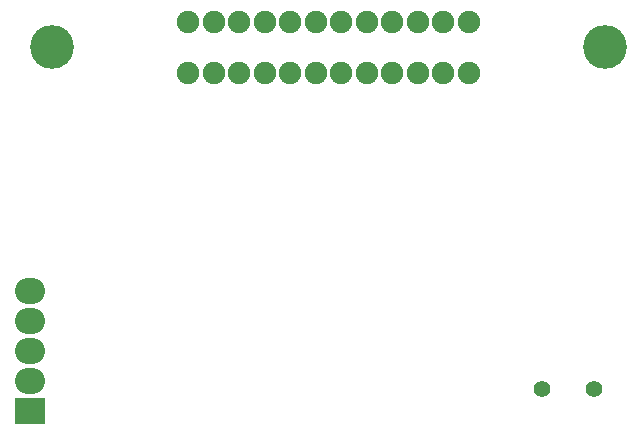
<source format=gbs>
G04 #@! TF.FileFunction,Soldermask,Bot*
%FSLAX46Y46*%
G04 Gerber Fmt 4.6, Leading zero omitted, Abs format (unit mm)*
G04 Created by KiCad (PCBNEW 4.1.0-alpha+201605091531+6781~44~ubuntu15.10.1-product) date Mon 19 Sep 2016 03:19:41 PM CEST*
%MOMM*%
%LPD*%
G01*
G04 APERTURE LIST*
%ADD10C,0.150000*%
%ADD11C,1.407160*%
%ADD12C,1.905000*%
%ADD13C,3.708400*%
%ADD14R,2.540000X2.235200*%
%ADD15O,2.540000X2.235200*%
G04 APERTURE END LIST*
D10*
D11*
X168800360Y-113149100D03*
X173199640Y-113149100D03*
D12*
X151828500Y-86347300D03*
X153987500Y-86347300D03*
X147510500Y-86347300D03*
X149669500Y-86347300D03*
X151828500Y-82054700D03*
X149669500Y-82054700D03*
X147510500Y-82054700D03*
X153987500Y-82054700D03*
X145351500Y-86347300D03*
X143192500Y-86347300D03*
X141033500Y-86347300D03*
X138874500Y-86347300D03*
X145351500Y-82054700D03*
X143192500Y-82054700D03*
X141033500Y-82054700D03*
X138874500Y-82054700D03*
X156146500Y-86347300D03*
X158305500Y-86347300D03*
X160464500Y-86347300D03*
X162623500Y-86347300D03*
X156146500Y-82054700D03*
X158305500Y-82054700D03*
X160464500Y-82054700D03*
X162623500Y-82054700D03*
D13*
X174155100Y-84201000D03*
X127342900Y-84201000D03*
D14*
X125500000Y-115040000D03*
D15*
X125500000Y-112500000D03*
X125500000Y-109960000D03*
X125500000Y-107420000D03*
X125500000Y-104880000D03*
M02*

</source>
